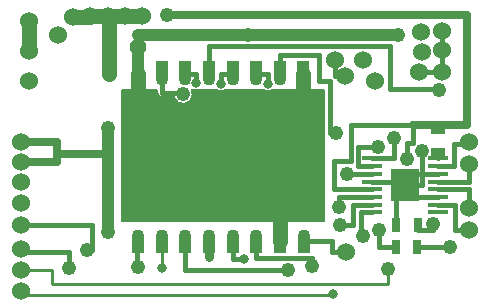
<source format=gbr>
%FSLAX35Y35*%
%MOIN*%
G04 EasyPC Gerber Version 18.0.8 Build 3632 *
%AMT83*0 Bullet Pad at angle 0*21,1,0.04331,0.05709,0,0,0*%
%ADD83T83*%
%ADD18R,0.03150X0.04724*%
%ADD85R,0.09700X0.11100*%
%ADD11C,0.00500*%
%ADD21C,0.01000*%
%ADD70C,0.01500*%
%ADD25C,0.02500*%
%ADD22C,0.03000*%
%ADD20C,0.03200*%
%ADD86C,0.03937*%
%ADD24C,0.04000*%
%ADD82C,0.04331*%
%ADD71C,0.04800*%
%ADD26C,0.05000*%
%ADD23C,0.05600*%
%ADD14C,0.06000*%
%ADD84R,0.06500X0.01400*%
%ADD19R,0.04724X0.03150*%
%AMT81*0 Bullet Pad at angle 180*21,1,0.04331,0.05709,0,0,180*%
%ADD81T81*%
X0Y0D02*
D02*
D11*
X50361Y71137D02*
X38688D01*
Y27582*
X106082*
Y71137*
X88801*
G75*
G02X85924I-1439J1873*
G01*
X73076*
G75*
G02X70199I-1439J1873*
G01*
X64304*
G75*
G02X62545I-879J2192*
G01*
X61818*
G75*
G02X62194Y69641I-2785J-1496*
G01*
G75*
G02X55998Y68753I-3162*
G01*
X51873*
G75*
G02X50361Y70265J1512*
G01*
Y71137*
G36*
X38688*
Y27582*
X106082*
Y71137*
X88801*
G75*
G02X85924I-1439J1873*
G01*
X73076*
G75*
G02X70199I-1439J1873*
G01*
X64304*
G75*
G02X62545I-879J2192*
G01*
X61818*
G75*
G02X62194Y69641I-2785J-1496*
G01*
G75*
G02X55998Y68753I-3162*
G01*
X51873*
G75*
G02X50361Y70265J1512*
G01*
Y71137*
G37*
D02*
D14*
X4868Y26209D03*
X4993Y4244D03*
Y11108D03*
Y17972D03*
Y33323D03*
Y40437D03*
Y47051D03*
Y53791D03*
X7489Y74243D03*
Y84243D03*
Y94243D03*
X17223Y89484D03*
X22215Y95600D03*
X27831Y95724D03*
X33822D03*
X39563D03*
X45179D03*
X109702Y81247D03*
X112947Y75756D03*
X113322Y17098D03*
X118938Y80998D03*
X123056Y74009D03*
X137783Y77254D03*
X138407Y90358D03*
X138657Y83868D03*
X145146Y90857D03*
X145396Y77254D03*
Y84617D03*
X154382Y24587D03*
Y31950D03*
Y46427D03*
Y53666D03*
D02*
D18*
X129996Y18970D03*
X130121Y26084D03*
X137083Y18970D03*
X137208Y26084D03*
D02*
D19*
X144023Y50622D03*
Y57708D03*
D02*
D70*
X21092Y11857D02*
Y17098D01*
X4993*
Y17972*
X26958Y17847D02*
X28705D01*
Y26209*
X4868*
X34043Y23782D02*
X34096D01*
X34321Y95724D02*
X33822D01*
X44033Y20863D02*
X43806D01*
Y12231*
X44043*
Y89359D02*
Y85366D01*
X51873Y76625D02*
Y70265D01*
X59032*
Y69641*
X59747Y76625D02*
X63424D01*
Y73329*
X59781Y20863D02*
Y11108D01*
X93977*
X67621Y76625D02*
Y85740D01*
X128048*
Y71637*
X144398*
Y71263*
X75495Y76625D02*
X71637D01*
Y73010*
X75529Y20863D02*
Y14921D01*
X79274*
X80748Y89484D02*
Y89235D01*
X78502*
Y89359*
X83369Y76625D02*
X87363D01*
Y73010*
X83403Y20863D02*
Y15226D01*
X101840*
Y12481*
X91243Y76625D02*
Y82745D01*
X104461*
Y74133*
X108080*
Y56911*
X110077*
X99151Y20863D02*
X108704D01*
Y17098*
X113322*
X109078Y2996D02*
Y2871D01*
X109702Y81247D02*
Y75756D01*
X112947*
X121941Y30313D02*
X118439D01*
Y22340*
X118938*
X121941Y32913D02*
X115693D01*
Y26084*
X111325*
X121941Y35513D02*
X110826D01*
Y32075*
X121941Y38013D02*
X109203D01*
Y47426*
X114944*
Y59531*
X135537*
X121941Y40613D02*
X133041D01*
Y39313*
X121941Y43113D02*
X113571D01*
X121941Y45713D02*
X117315D01*
Y52168*
X124055*
X121941Y48313D02*
X129296D01*
Y55288*
X129421*
X124429Y24337D02*
Y18970D01*
X129996*
X130121Y26084D02*
Y39313D01*
X133041*
X138532*
Y50920*
X135537Y59531D02*
Y53416D01*
X133540*
Y48174*
X137083Y18970D02*
X148017D01*
X137783Y77254D02*
X145396D01*
X142401Y26383D02*
Y24587D01*
X137208*
Y26084*
X144023Y50622D02*
Y48313D01*
X144141*
X144023Y57708D02*
Y59531D01*
X140279*
X144141Y32913D02*
X149515D01*
Y24587*
X154382*
X144141Y35513D02*
X133041D01*
Y39313*
X144141Y38013D02*
X154382D01*
Y31950*
X144141Y40613D02*
X154382D01*
Y46427*
X144141Y43113D02*
X133041D01*
Y39313*
X144141Y45713D02*
X149265D01*
Y53167*
X154382*
Y53666*
X145146Y90857D02*
Y84617D01*
X145396*
Y77254*
D02*
D71*
X21092Y11857D03*
X26958Y17847D03*
X34043Y58408D03*
X34096Y23782D03*
X34321Y76505D03*
X44043Y12231D03*
X53541Y95974D03*
X59032Y69641D03*
X80748Y89484D03*
X93977Y11108D03*
X101840Y12481D03*
X110077Y56911D03*
X110826Y32075D03*
X111325Y26084D03*
X113571Y43113D03*
X118938Y22340D03*
X124055Y52168D03*
X124429Y24337D03*
X127424Y11482D03*
X129421Y55288D03*
X130794Y89359D03*
X133540Y48174D03*
X138532Y50920D03*
X142401Y26383D03*
X144398Y71263D03*
X148017Y18970D03*
D02*
D20*
X51907Y11857D03*
X63424Y73329D03*
X71637Y73010D03*
X79274Y14921D03*
X87363Y73010D03*
X109078Y2996D03*
D02*
D21*
X51907Y20863D02*
Y11857D01*
X109078Y2871D02*
X4993D01*
Y4244*
X127424Y11482D02*
Y6490D01*
X15226*
Y11108*
X4993*
D02*
D22*
X67668Y15420D02*
Y20863D01*
X67655*
X67668Y15420D03*
D02*
D23*
X44043Y85366D03*
D02*
D24*
X34043Y49922D02*
Y23782D01*
Y58408D02*
Y49922D01*
X43999Y76625D02*
X44043D01*
Y85366*
D02*
D25*
X4993Y47051D02*
X17098D01*
Y50171*
X4993Y53791D02*
X17098D01*
Y50171*
Y49922*
X34043*
X140279Y59531D02*
X135537D01*
X140279D02*
X153508D01*
Y95974*
X53541*
D02*
D26*
X7489Y84243D02*
Y94243D01*
X22215Y95600D02*
X27831D01*
Y95724*
X33822D02*
X39563D01*
X33822D02*
X27831D01*
X34321Y76505D02*
Y95724D01*
X39563D02*
X45179D01*
X43999Y76625D02*
Y43432D01*
X49048*
X91277Y20863D02*
Y39313D01*
X81746*
Y42808*
X88735*
Y40811*
X84118*
X99117Y76625D02*
Y51170D01*
X71762*
Y48549*
X63650*
Y47550*
D02*
D81*
X43999Y77708D03*
D02*
D82*
Y74854D03*
D02*
D81*
X51873Y77708D03*
D02*
D82*
Y74854D03*
D02*
D81*
X59747Y77708D03*
D02*
D82*
Y74854D03*
D02*
D81*
X67621Y77708D03*
D02*
D82*
Y74854D03*
D02*
D81*
X75495Y77708D03*
D02*
D82*
Y74854D03*
D02*
D81*
X83369Y77708D03*
D02*
D82*
Y74854D03*
D02*
D81*
X91243Y77708D03*
D02*
D82*
Y74854D03*
D02*
D81*
X99117Y77708D03*
D02*
D82*
Y74854D03*
D02*
D83*
X44033Y19781D03*
D02*
D82*
Y22635D03*
D02*
D83*
X51907Y19781D03*
D02*
D82*
Y22635D03*
D02*
D83*
X59781Y19781D03*
D02*
D82*
Y22635D03*
D02*
D83*
X67655Y19781D03*
D02*
D82*
Y22635D03*
D02*
D83*
X75529Y19781D03*
D02*
D82*
Y22635D03*
D02*
D83*
X83403Y19781D03*
D02*
D82*
Y22635D03*
D02*
D83*
X91277Y19781D03*
D02*
D82*
Y22635D03*
D02*
D83*
X99151Y19781D03*
D02*
D82*
Y22635D03*
D02*
D84*
X121941Y30313D03*
Y32913D03*
Y35513D03*
Y38013D03*
Y40613D03*
Y43113D03*
Y45713D03*
Y48313D03*
X144141Y30313D03*
Y32913D03*
Y35513D03*
Y38013D03*
Y40613D03*
Y43113D03*
Y45713D03*
Y48313D03*
D02*
D85*
X133041Y39313D03*
D02*
D86*
X78502Y89359D02*
X130794D01*
X78502D02*
X44043D01*
X0Y0D02*
M02*

</source>
